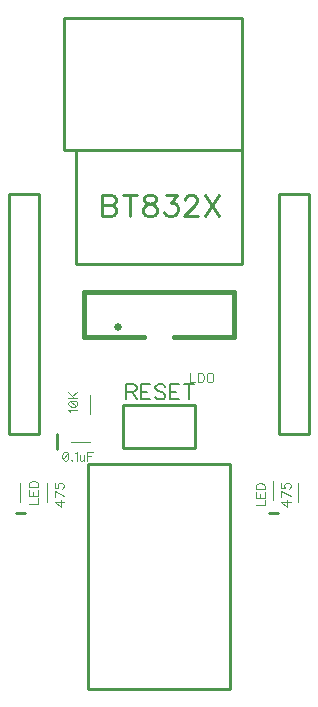
<source format=gbr>
G04 DipTrace 3.2.0.1*
G04 TopSilk.gbr*
%MOMM*%
G04 #@! TF.FileFunction,Legend,Top*
G04 #@! TF.Part,Single*
%ADD10C,0.25*%
%ADD17C,0.1*%
%ADD25O,0.635X0.6351*%
%ADD26C,0.4*%
%ADD62C,0.19608*%
%ADD63C,0.11765*%
%ADD65C,0.27451*%
%FSLAX35Y35*%
G04*
G71*
G90*
G75*
G01*
G04 TopSilk*
%LPD*%
X1402893Y1571563D2*
D10*
Y1701463D1*
X1135240Y1032300D2*
X1055240D1*
X3278140D2*
X3198140D1*
X3539867Y3731900D2*
Y1699900D1*
X3285867Y3731900D2*
X3539867D1*
X3285867D2*
Y1699900D1*
X3539867D1*
X999867D2*
Y3731900D1*
X1253867Y1699900D2*
X999867D1*
X1253867D2*
Y3731900D1*
X999867D1*
X1964859Y1580500D2*
X2574874D1*
Y1946500D1*
X1964859D1*
Y1580500D1*
D25*
X1920617Y2604799D3*
X2142867Y2525420D2*
D26*
X1634867D1*
Y2906407D1*
X2904867D1*
Y2525420D1*
X2396867D1*
X1669813Y1445879D2*
D10*
X2869921D1*
Y-453967D1*
X1669813D1*
Y1445879D1*
X1568293Y4105513D2*
X2968293D1*
Y3145593D1*
X1568293D1*
Y4105513D1*
X1468293Y5225593D2*
X2968293D1*
Y4105513D1*
X1468293D1*
Y5225593D1*
X1095240Y1287300D2*
D17*
Y1128567D1*
X1523820Y1636513D2*
X1682553D1*
X1317467Y1287300D2*
Y1128567D1*
X1682553Y2033347D2*
Y1874613D1*
X3238140Y1303173D2*
Y1144440D1*
X3444493Y1287300D2*
Y1128567D1*
X1787785Y3722842D2*
D65*
Y3544188D1*
X1864435D1*
X1889985Y3552836D1*
X1898437Y3561287D1*
X1906888Y3578189D1*
Y3603739D1*
X1898437Y3620838D1*
X1889985Y3629289D1*
X1864435Y3637740D1*
X1889985Y3646388D1*
X1898437Y3654839D1*
X1906888Y3671742D1*
Y3688840D1*
X1898437Y3705743D1*
X1889985Y3714390D1*
X1864435Y3722842D1*
X1787785D1*
Y3637740D2*
X1864435D1*
X2021341Y3722842D2*
Y3544188D1*
X1961790Y3722842D2*
X2080892D1*
X2178246Y3722645D2*
X2152893Y3714194D1*
X2144245Y3697292D1*
Y3680193D1*
X2152893Y3663290D1*
X2169795Y3654643D1*
X2203796Y3646192D1*
X2229346Y3637740D1*
X2246249Y3620642D1*
X2254700Y3603739D1*
Y3578189D1*
X2246249Y3561287D1*
X2237797Y3552639D1*
X2212247Y3544188D1*
X2178246D1*
X2152893Y3552639D1*
X2144245Y3561287D1*
X2135794Y3578189D1*
Y3603739D1*
X2144245Y3620642D1*
X2161344Y3637740D1*
X2186697Y3646192D1*
X2220699Y3654643D1*
X2237797Y3663290D1*
X2246249Y3680193D1*
Y3697292D1*
X2237797Y3714194D1*
X2212247Y3722645D1*
X2178246D1*
X2326701D2*
X2420056D1*
X2369153Y3654643D1*
X2394703D1*
X2411605Y3646192D1*
X2420056Y3637740D1*
X2428704Y3612190D1*
Y3595288D1*
X2420056Y3569738D1*
X2403154Y3552639D1*
X2377604Y3544188D1*
X2352054D1*
X2326701Y3552639D1*
X2318249Y3561287D1*
X2309602Y3578189D1*
X2492254Y3680193D2*
Y3688644D1*
X2500705Y3705743D1*
X2509156Y3714194D1*
X2526255Y3722645D1*
X2560256D1*
X2577158Y3714194D1*
X2585609Y3705743D1*
X2594257Y3688644D1*
Y3671742D1*
X2585609Y3654643D1*
X2568707Y3629289D1*
X2483606Y3544188D1*
X2602708D1*
X2657610Y3722842D2*
X2776713Y3544188D1*
Y3722842D2*
X2657610Y3544188D1*
X1516858Y1890836D2*
D63*
X1513152Y1898164D1*
X1502286Y1909114D1*
X1578768D1*
X1502286Y1954543D2*
X1505908Y1943593D1*
X1516858Y1936265D1*
X1535052Y1932643D1*
X1546002D1*
X1564196Y1936265D1*
X1575146Y1943593D1*
X1578768Y1954543D1*
Y1961787D1*
X1575146Y1972737D1*
X1564196Y1979981D1*
X1546002Y1983687D1*
X1535052D1*
X1516858Y1979981D1*
X1505908Y1972737D1*
X1502286Y1961787D1*
Y1954543D1*
X1516858Y1979981D2*
X1564196Y1936265D1*
X1502202Y2007217D2*
X1578768Y2007216D1*
X1502202Y2058260D2*
X1553246Y2007216D1*
X1534968Y2025410D2*
X1578768Y2058260D1*
X1472396Y1552004D2*
X1461446Y1548382D1*
X1454118Y1537432D1*
X1450496Y1519238D1*
Y1508288D1*
X1454118Y1490094D1*
X1461446Y1479144D1*
X1472396Y1475523D1*
X1479640D1*
X1490590Y1479144D1*
X1497833Y1490094D1*
X1501540Y1508288D1*
Y1519238D1*
X1497833Y1537432D1*
X1490590Y1548382D1*
X1479640Y1552004D1*
X1472396D1*
X1497833Y1537432D2*
X1454118Y1490094D1*
X1528691Y1482851D2*
X1525069Y1479144D1*
X1528691Y1475523D1*
X1532397Y1479144D1*
X1528691Y1482851D1*
X1555926Y1537432D2*
X1563255Y1541138D1*
X1574205Y1552004D1*
Y1475523D1*
X1597734Y1526566D2*
Y1490094D1*
X1601356Y1479229D1*
X1608684Y1475523D1*
X1619634D1*
X1626878Y1479229D1*
X1637828Y1490094D1*
Y1526566D2*
Y1475523D1*
X1708779Y1552088D2*
X1661357D1*
Y1475523D1*
Y1515616D2*
X1690501D1*
X1168862Y1113043D2*
X1245427D1*
X1245428Y1156758D1*
X1168862Y1227625D2*
Y1180288D1*
X1245428D1*
Y1227625D1*
X1205334Y1180288D2*
Y1209431D1*
X1168862Y1251155D2*
X1245428D1*
Y1276677D1*
X1241721Y1287627D1*
X1234478Y1294955D1*
X1227149Y1298577D1*
X1216284Y1302199D1*
X1198006D1*
X1187056Y1298577D1*
X1179812Y1294955D1*
X1172484Y1287627D1*
X1168862Y1276677D1*
Y1251155D1*
X1462091Y1123331D2*
X1385609D1*
X1436569Y1086859D1*
Y1141525D1*
X1462091Y1179626D2*
X1385609Y1216098D1*
Y1165054D1*
Y1283343D2*
Y1246956D1*
X1418375Y1243334D1*
X1414753Y1246956D1*
X1411047Y1257906D1*
Y1268771D1*
X1414753Y1279721D1*
X1421997Y1287049D1*
X1432947Y1290671D1*
X1440191D1*
X1451141Y1287049D1*
X1458469Y1279721D1*
X1462091Y1268771D1*
Y1257906D1*
X1458469Y1246956D1*
X1454763Y1243334D1*
X1447519Y1239627D1*
X3089535Y1097169D2*
X3166101D1*
Y1140885D1*
X3089535Y1211752D2*
Y1164414D1*
X3166101D1*
Y1211752D1*
X3126007Y1164414D2*
Y1193558D1*
X3089535Y1235281D2*
X3166101D1*
Y1260803D1*
X3162395Y1271753D1*
X3155151Y1279081D1*
X3147823Y1282703D1*
X3136957Y1286325D1*
X3118679D1*
X3107729Y1282703D1*
X3100485Y1279081D1*
X3093157Y1271753D1*
X3089535Y1260803D1*
Y1235281D1*
X3382764Y1123331D2*
X3306283D1*
X3357242Y1086859D1*
Y1141525D1*
X3382764Y1179626D2*
X3306283Y1216098D1*
Y1165054D1*
Y1283343D2*
Y1246956D1*
X3339049Y1243334D1*
X3335427Y1246956D1*
X3331720Y1257906D1*
Y1268771D1*
X3335427Y1279721D1*
X3342670Y1287049D1*
X3353620Y1290671D1*
X3360864D1*
X3371814Y1287049D1*
X3379142Y1279721D1*
X3382764Y1268771D1*
Y1257906D1*
X3379142Y1246956D1*
X3375436Y1243334D1*
X3368192Y1239627D1*
X2529882Y2218768D2*
Y2142203D1*
X2573598D1*
X2597128Y2218768D2*
Y2142203D1*
X2622649D1*
X2633599Y2145909D1*
X2640928Y2153153D1*
X2644549Y2160481D1*
X2648171Y2171346D1*
Y2189624D1*
X2644549Y2200574D1*
X2640928Y2207818D1*
X2633599Y2215146D1*
X2622649Y2218768D1*
X2597128D1*
X2693601D2*
X2686273Y2215146D1*
X2679029Y2207818D1*
X2675323Y2200574D1*
X2671701Y2189624D1*
Y2171346D1*
X2675323Y2160481D1*
X2679029Y2153153D1*
X2686273Y2145909D1*
X2693601Y2142203D1*
X2708173D1*
X2715417Y2145909D1*
X2722745Y2153153D1*
X2726367Y2160481D1*
X2729988Y2171346D1*
Y2189624D1*
X2726367Y2200574D1*
X2722745Y2207818D1*
X2715417Y2215146D1*
X2708173Y2218768D1*
X2693601D1*
X1994111Y2061385D2*
D62*
X2048720D1*
X2066970Y2067562D1*
X2073147Y2073599D1*
X2079184Y2085672D1*
Y2097885D1*
X2073147Y2109958D1*
X2066970Y2116135D1*
X2048720Y2122172D1*
X1994111D1*
Y1994562D1*
X2036647Y2061385D2*
X2079184Y1994562D1*
X2197296Y2122172D2*
X2118399D1*
Y1994562D1*
X2197296D1*
X2118399Y2061385D2*
X2166972D1*
X2321584Y2103922D2*
X2309511Y2116135D1*
X2291261Y2122172D1*
X2266975D1*
X2248725Y2116135D1*
X2236511Y2103922D1*
Y2091849D1*
X2242688Y2079635D1*
X2248725Y2073599D1*
X2260798Y2067562D1*
X2297298Y2055349D1*
X2309511Y2049312D1*
X2315548Y2043135D1*
X2321584Y2031062D1*
Y2012812D1*
X2309511Y2000739D1*
X2291261Y1994562D1*
X2266975D1*
X2248725Y2000739D1*
X2236511Y2012812D1*
X2439696Y2122172D2*
X2360800D1*
Y1994562D1*
X2439696D1*
X2360800Y2061385D2*
X2409373D1*
X2521448Y2122172D2*
Y1994562D1*
X2478912Y2122172D2*
X2563985D1*
M02*

</source>
